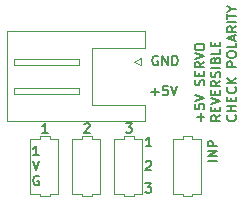
<source format=gbr>
%TF.GenerationSoftware,KiCad,Pcbnew,(5.1.9)-1*%
%TF.CreationDate,2021-08-12T13:22:24+01:00*%
%TF.ProjectId,heli-servo-board,68656c69-2d73-4657-9276-6f2d626f6172,rev?*%
%TF.SameCoordinates,Original*%
%TF.FileFunction,Legend,Top*%
%TF.FilePolarity,Positive*%
%FSLAX46Y46*%
G04 Gerber Fmt 4.6, Leading zero omitted, Abs format (unit mm)*
G04 Created by KiCad (PCBNEW (5.1.9)-1) date 2021-08-12 13:22:24*
%MOMM*%
%LPD*%
G01*
G04 APERTURE LIST*
%ADD10C,0.153000*%
%ADD11C,0.120000*%
G04 APERTURE END LIST*
D10*
X170802333Y-156533904D02*
X171297571Y-156533904D01*
X171030904Y-156838666D01*
X171145190Y-156838666D01*
X171221380Y-156876761D01*
X171259476Y-156914857D01*
X171297571Y-156991047D01*
X171297571Y-157181523D01*
X171259476Y-157257714D01*
X171221380Y-157295809D01*
X171145190Y-157333904D01*
X170916619Y-157333904D01*
X170840428Y-157295809D01*
X170802333Y-157257714D01*
X167284428Y-156610095D02*
X167322523Y-156572000D01*
X167398714Y-156533904D01*
X167589190Y-156533904D01*
X167665380Y-156572000D01*
X167703476Y-156610095D01*
X167741571Y-156686285D01*
X167741571Y-156762476D01*
X167703476Y-156876761D01*
X167246333Y-157333904D01*
X167741571Y-157333904D01*
X164185571Y-157333904D02*
X163728428Y-157333904D01*
X163957000Y-157333904D02*
X163957000Y-156533904D01*
X163880809Y-156648190D01*
X163804619Y-156724380D01*
X163728428Y-156762476D01*
X178542904Y-159696047D02*
X177742904Y-159696047D01*
X178542904Y-159315095D02*
X177742904Y-159315095D01*
X178542904Y-158857952D01*
X177742904Y-158857952D01*
X178542904Y-158477000D02*
X177742904Y-158477000D01*
X177742904Y-158172238D01*
X177781000Y-158096047D01*
X177819095Y-158057952D01*
X177895285Y-158019857D01*
X178009571Y-158019857D01*
X178085761Y-158057952D01*
X178123857Y-158096047D01*
X178161952Y-158172238D01*
X178161952Y-158477000D01*
X172453333Y-161613904D02*
X172948571Y-161613904D01*
X172681904Y-161918666D01*
X172796190Y-161918666D01*
X172872380Y-161956761D01*
X172910476Y-161994857D01*
X172948571Y-162071047D01*
X172948571Y-162261523D01*
X172910476Y-162337714D01*
X172872380Y-162375809D01*
X172796190Y-162413904D01*
X172567619Y-162413904D01*
X172491428Y-162375809D01*
X172453333Y-162337714D01*
X172491428Y-159785095D02*
X172529523Y-159747000D01*
X172605714Y-159708904D01*
X172796190Y-159708904D01*
X172872380Y-159747000D01*
X172910476Y-159785095D01*
X172948571Y-159861285D01*
X172948571Y-159937476D01*
X172910476Y-160051761D01*
X172453333Y-160508904D01*
X172948571Y-160508904D01*
X172948571Y-158476904D02*
X172491428Y-158476904D01*
X172720000Y-158476904D02*
X172720000Y-157676904D01*
X172643809Y-157791190D01*
X172567619Y-157867380D01*
X172491428Y-157905476D01*
X172961428Y-153854142D02*
X173570952Y-153854142D01*
X173266190Y-154158904D02*
X173266190Y-153549380D01*
X174332857Y-153358904D02*
X173951904Y-153358904D01*
X173913809Y-153739857D01*
X173951904Y-153701761D01*
X174028095Y-153663666D01*
X174218571Y-153663666D01*
X174294761Y-153701761D01*
X174332857Y-153739857D01*
X174370952Y-153816047D01*
X174370952Y-154006523D01*
X174332857Y-154082714D01*
X174294761Y-154120809D01*
X174218571Y-154158904D01*
X174028095Y-154158904D01*
X173951904Y-154120809D01*
X173913809Y-154082714D01*
X174599523Y-153358904D02*
X174866190Y-154158904D01*
X175132857Y-153358904D01*
X177139142Y-156301073D02*
X177139142Y-155691550D01*
X177443904Y-155996311D02*
X176834380Y-155996311D01*
X176643904Y-154929645D02*
X176643904Y-155310597D01*
X177024857Y-155348692D01*
X176986761Y-155310597D01*
X176948666Y-155234407D01*
X176948666Y-155043930D01*
X176986761Y-154967740D01*
X177024857Y-154929645D01*
X177101047Y-154891550D01*
X177291523Y-154891550D01*
X177367714Y-154929645D01*
X177405809Y-154967740D01*
X177443904Y-155043930D01*
X177443904Y-155234407D01*
X177405809Y-155310597D01*
X177367714Y-155348692D01*
X176643904Y-154662978D02*
X177443904Y-154396311D01*
X176643904Y-154129645D01*
X177405809Y-153291550D02*
X177443904Y-153177264D01*
X177443904Y-152986788D01*
X177405809Y-152910597D01*
X177367714Y-152872502D01*
X177291523Y-152834407D01*
X177215333Y-152834407D01*
X177139142Y-152872502D01*
X177101047Y-152910597D01*
X177062952Y-152986788D01*
X177024857Y-153139169D01*
X176986761Y-153215359D01*
X176948666Y-153253454D01*
X176872476Y-153291550D01*
X176796285Y-153291550D01*
X176720095Y-153253454D01*
X176682000Y-153215359D01*
X176643904Y-153139169D01*
X176643904Y-152948692D01*
X176682000Y-152834407D01*
X177024857Y-152491550D02*
X177024857Y-152224883D01*
X177443904Y-152110597D02*
X177443904Y-152491550D01*
X176643904Y-152491550D01*
X176643904Y-152110597D01*
X177443904Y-151310597D02*
X177062952Y-151577264D01*
X177443904Y-151767740D02*
X176643904Y-151767740D01*
X176643904Y-151462978D01*
X176682000Y-151386788D01*
X176720095Y-151348692D01*
X176796285Y-151310597D01*
X176910571Y-151310597D01*
X176986761Y-151348692D01*
X177024857Y-151386788D01*
X177062952Y-151462978D01*
X177062952Y-151767740D01*
X176643904Y-151082026D02*
X177443904Y-150815359D01*
X176643904Y-150548692D01*
X176643904Y-150129645D02*
X176643904Y-149977264D01*
X176682000Y-149901073D01*
X176758190Y-149824883D01*
X176910571Y-149786788D01*
X177177238Y-149786788D01*
X177329619Y-149824883D01*
X177405809Y-149901073D01*
X177443904Y-149977264D01*
X177443904Y-150129645D01*
X177405809Y-150205835D01*
X177329619Y-150282026D01*
X177177238Y-150320121D01*
X176910571Y-150320121D01*
X176758190Y-150282026D01*
X176682000Y-150205835D01*
X176643904Y-150129645D01*
X178796904Y-155843930D02*
X178415952Y-156110597D01*
X178796904Y-156301073D02*
X177996904Y-156301073D01*
X177996904Y-155996311D01*
X178035000Y-155920121D01*
X178073095Y-155882026D01*
X178149285Y-155843930D01*
X178263571Y-155843930D01*
X178339761Y-155882026D01*
X178377857Y-155920121D01*
X178415952Y-155996311D01*
X178415952Y-156301073D01*
X178377857Y-155501073D02*
X178377857Y-155234407D01*
X178796904Y-155120121D02*
X178796904Y-155501073D01*
X177996904Y-155501073D01*
X177996904Y-155120121D01*
X177996904Y-154891550D02*
X178796904Y-154624883D01*
X177996904Y-154358216D01*
X178377857Y-154091550D02*
X178377857Y-153824883D01*
X178796904Y-153710597D02*
X178796904Y-154091550D01*
X177996904Y-154091550D01*
X177996904Y-153710597D01*
X178796904Y-152910597D02*
X178415952Y-153177264D01*
X178796904Y-153367740D02*
X177996904Y-153367740D01*
X177996904Y-153062978D01*
X178035000Y-152986788D01*
X178073095Y-152948692D01*
X178149285Y-152910597D01*
X178263571Y-152910597D01*
X178339761Y-152948692D01*
X178377857Y-152986788D01*
X178415952Y-153062978D01*
X178415952Y-153367740D01*
X178758809Y-152605835D02*
X178796904Y-152491550D01*
X178796904Y-152301073D01*
X178758809Y-152224883D01*
X178720714Y-152186788D01*
X178644523Y-152148692D01*
X178568333Y-152148692D01*
X178492142Y-152186788D01*
X178454047Y-152224883D01*
X178415952Y-152301073D01*
X178377857Y-152453454D01*
X178339761Y-152529645D01*
X178301666Y-152567740D01*
X178225476Y-152605835D01*
X178149285Y-152605835D01*
X178073095Y-152567740D01*
X178035000Y-152529645D01*
X177996904Y-152453454D01*
X177996904Y-152262978D01*
X178035000Y-152148692D01*
X178796904Y-151805835D02*
X177996904Y-151805835D01*
X178377857Y-151158216D02*
X178415952Y-151043930D01*
X178454047Y-151005835D01*
X178530238Y-150967740D01*
X178644523Y-150967740D01*
X178720714Y-151005835D01*
X178758809Y-151043930D01*
X178796904Y-151120121D01*
X178796904Y-151424883D01*
X177996904Y-151424883D01*
X177996904Y-151158216D01*
X178035000Y-151082026D01*
X178073095Y-151043930D01*
X178149285Y-151005835D01*
X178225476Y-151005835D01*
X178301666Y-151043930D01*
X178339761Y-151082026D01*
X178377857Y-151158216D01*
X178377857Y-151424883D01*
X178796904Y-150243930D02*
X178796904Y-150624883D01*
X177996904Y-150624883D01*
X178377857Y-149977264D02*
X178377857Y-149710597D01*
X178796904Y-149596311D02*
X178796904Y-149977264D01*
X177996904Y-149977264D01*
X177996904Y-149596311D01*
X180073714Y-155843930D02*
X180111809Y-155882026D01*
X180149904Y-155996311D01*
X180149904Y-156072502D01*
X180111809Y-156186788D01*
X180035619Y-156262978D01*
X179959428Y-156301073D01*
X179807047Y-156339169D01*
X179692761Y-156339169D01*
X179540380Y-156301073D01*
X179464190Y-156262978D01*
X179388000Y-156186788D01*
X179349904Y-156072502D01*
X179349904Y-155996311D01*
X179388000Y-155882026D01*
X179426095Y-155843930D01*
X180149904Y-155501073D02*
X179349904Y-155501073D01*
X179730857Y-155501073D02*
X179730857Y-155043930D01*
X180149904Y-155043930D02*
X179349904Y-155043930D01*
X179730857Y-154662978D02*
X179730857Y-154396311D01*
X180149904Y-154282026D02*
X180149904Y-154662978D01*
X179349904Y-154662978D01*
X179349904Y-154282026D01*
X180073714Y-153482026D02*
X180111809Y-153520121D01*
X180149904Y-153634407D01*
X180149904Y-153710597D01*
X180111809Y-153824883D01*
X180035619Y-153901073D01*
X179959428Y-153939169D01*
X179807047Y-153977264D01*
X179692761Y-153977264D01*
X179540380Y-153939169D01*
X179464190Y-153901073D01*
X179388000Y-153824883D01*
X179349904Y-153710597D01*
X179349904Y-153634407D01*
X179388000Y-153520121D01*
X179426095Y-153482026D01*
X180149904Y-153139169D02*
X179349904Y-153139169D01*
X180149904Y-152682026D02*
X179692761Y-153024883D01*
X179349904Y-152682026D02*
X179807047Y-153139169D01*
X180149904Y-151729645D02*
X179349904Y-151729645D01*
X179349904Y-151424883D01*
X179388000Y-151348692D01*
X179426095Y-151310597D01*
X179502285Y-151272502D01*
X179616571Y-151272502D01*
X179692761Y-151310597D01*
X179730857Y-151348692D01*
X179768952Y-151424883D01*
X179768952Y-151729645D01*
X179349904Y-150777264D02*
X179349904Y-150624883D01*
X179388000Y-150548692D01*
X179464190Y-150472502D01*
X179616571Y-150434407D01*
X179883238Y-150434407D01*
X180035619Y-150472502D01*
X180111809Y-150548692D01*
X180149904Y-150624883D01*
X180149904Y-150777264D01*
X180111809Y-150853454D01*
X180035619Y-150929645D01*
X179883238Y-150967740D01*
X179616571Y-150967740D01*
X179464190Y-150929645D01*
X179388000Y-150853454D01*
X179349904Y-150777264D01*
X180149904Y-149710597D02*
X180149904Y-150091550D01*
X179349904Y-150091550D01*
X179921333Y-149482026D02*
X179921333Y-149101073D01*
X180149904Y-149558216D02*
X179349904Y-149291550D01*
X180149904Y-149024883D01*
X180149904Y-148301073D02*
X179768952Y-148567740D01*
X180149904Y-148758216D02*
X179349904Y-148758216D01*
X179349904Y-148453454D01*
X179388000Y-148377264D01*
X179426095Y-148339169D01*
X179502285Y-148301073D01*
X179616571Y-148301073D01*
X179692761Y-148339169D01*
X179730857Y-148377264D01*
X179768952Y-148453454D01*
X179768952Y-148758216D01*
X180149904Y-147958216D02*
X179349904Y-147958216D01*
X179349904Y-147691550D02*
X179349904Y-147234407D01*
X180149904Y-147462978D02*
X179349904Y-147462978D01*
X179768952Y-146815359D02*
X180149904Y-146815359D01*
X179349904Y-147082026D02*
X179768952Y-146815359D01*
X179349904Y-146548692D01*
X173507476Y-150857000D02*
X173431285Y-150818904D01*
X173317000Y-150818904D01*
X173202714Y-150857000D01*
X173126523Y-150933190D01*
X173088428Y-151009380D01*
X173050333Y-151161761D01*
X173050333Y-151276047D01*
X173088428Y-151428428D01*
X173126523Y-151504619D01*
X173202714Y-151580809D01*
X173317000Y-151618904D01*
X173393190Y-151618904D01*
X173507476Y-151580809D01*
X173545571Y-151542714D01*
X173545571Y-151276047D01*
X173393190Y-151276047D01*
X173888428Y-151618904D02*
X173888428Y-150818904D01*
X174345571Y-151618904D01*
X174345571Y-150818904D01*
X174726523Y-151618904D02*
X174726523Y-150818904D01*
X174917000Y-150818904D01*
X175031285Y-150857000D01*
X175107476Y-150933190D01*
X175145571Y-151009380D01*
X175183666Y-151161761D01*
X175183666Y-151276047D01*
X175145571Y-151428428D01*
X175107476Y-151504619D01*
X175031285Y-151580809D01*
X174917000Y-151618904D01*
X174726523Y-151618904D01*
X163404523Y-161017000D02*
X163328333Y-160978904D01*
X163214047Y-160978904D01*
X163099761Y-161017000D01*
X163023571Y-161093190D01*
X162985476Y-161169380D01*
X162947380Y-161321761D01*
X162947380Y-161436047D01*
X162985476Y-161588428D01*
X163023571Y-161664619D01*
X163099761Y-161740809D01*
X163214047Y-161778904D01*
X163290238Y-161778904D01*
X163404523Y-161740809D01*
X163442619Y-161702714D01*
X163442619Y-161436047D01*
X163290238Y-161436047D01*
X162928333Y-159708904D02*
X163195000Y-160508904D01*
X163461666Y-159708904D01*
X163423571Y-159238904D02*
X162966428Y-159238904D01*
X163195000Y-159238904D02*
X163195000Y-158438904D01*
X163118809Y-158553190D01*
X163042619Y-158629380D01*
X162966428Y-158667476D01*
D11*
%TO.C,J1*%
X174753000Y-157817000D02*
X174753000Y-160167000D01*
X175603000Y-157817000D02*
X174753000Y-157817000D01*
X175603000Y-157617000D02*
X175603000Y-157817000D01*
X176403000Y-157617000D02*
X175603000Y-157617000D01*
X176403000Y-157817000D02*
X176403000Y-157617000D01*
X177153000Y-157817000D02*
X176403000Y-157817000D01*
X177153000Y-160167000D02*
X177153000Y-157817000D01*
X174753000Y-162517000D02*
X174753000Y-160167000D01*
X175603000Y-162517000D02*
X174753000Y-162517000D01*
X175603000Y-162717000D02*
X175603000Y-162517000D01*
X176403000Y-162717000D02*
X175603000Y-162717000D01*
X176403000Y-162517000D02*
X176403000Y-162717000D01*
X177153000Y-162517000D02*
X176403000Y-162517000D01*
X177153000Y-160167000D02*
X177153000Y-162517000D01*
%TO.C,J4*%
X169800000Y-157817000D02*
X169800000Y-160167000D01*
X170650000Y-157817000D02*
X169800000Y-157817000D01*
X170650000Y-157617000D02*
X170650000Y-157817000D01*
X171450000Y-157617000D02*
X170650000Y-157617000D01*
X171450000Y-157817000D02*
X171450000Y-157617000D01*
X172200000Y-157817000D02*
X171450000Y-157817000D01*
X172200000Y-160167000D02*
X172200000Y-157817000D01*
X169800000Y-162517000D02*
X169800000Y-160167000D01*
X170650000Y-162517000D02*
X169800000Y-162517000D01*
X170650000Y-162717000D02*
X170650000Y-162517000D01*
X171450000Y-162717000D02*
X170650000Y-162717000D01*
X171450000Y-162517000D02*
X171450000Y-162717000D01*
X172200000Y-162517000D02*
X171450000Y-162517000D01*
X172200000Y-160167000D02*
X172200000Y-162517000D01*
%TO.C,J3*%
X166244000Y-157817000D02*
X166244000Y-160167000D01*
X167094000Y-157817000D02*
X166244000Y-157817000D01*
X167094000Y-157617000D02*
X167094000Y-157817000D01*
X167894000Y-157617000D02*
X167094000Y-157617000D01*
X167894000Y-157817000D02*
X167894000Y-157617000D01*
X168644000Y-157817000D02*
X167894000Y-157817000D01*
X168644000Y-160167000D02*
X168644000Y-157817000D01*
X166244000Y-162517000D02*
X166244000Y-160167000D01*
X167094000Y-162517000D02*
X166244000Y-162517000D01*
X167094000Y-162717000D02*
X167094000Y-162517000D01*
X167894000Y-162717000D02*
X167094000Y-162717000D01*
X167894000Y-162517000D02*
X167894000Y-162717000D01*
X168644000Y-162517000D02*
X167894000Y-162517000D01*
X168644000Y-160167000D02*
X168644000Y-162517000D01*
%TO.C,J2*%
X162688000Y-157817000D02*
X162688000Y-160167000D01*
X163538000Y-157817000D02*
X162688000Y-157817000D01*
X163538000Y-157617000D02*
X163538000Y-157817000D01*
X164338000Y-157617000D02*
X163538000Y-157617000D01*
X164338000Y-157817000D02*
X164338000Y-157617000D01*
X165088000Y-157817000D02*
X164338000Y-157817000D01*
X165088000Y-160167000D02*
X165088000Y-157817000D01*
X162688000Y-162517000D02*
X162688000Y-160167000D01*
X163538000Y-162517000D02*
X162688000Y-162517000D01*
X163538000Y-162717000D02*
X163538000Y-162517000D01*
X164338000Y-162717000D02*
X163538000Y-162717000D01*
X164338000Y-162517000D02*
X164338000Y-162717000D01*
X165088000Y-162517000D02*
X164338000Y-162517000D01*
X165088000Y-160167000D02*
X165088000Y-162517000D01*
%TO.C,J6*%
X160690000Y-152547000D02*
X160690000Y-148737000D01*
X160690000Y-148737000D02*
X172410000Y-148737000D01*
X172410000Y-148737000D02*
X172410000Y-150157000D01*
X172410000Y-150157000D02*
X167910000Y-150157000D01*
X167910000Y-150157000D02*
X167910000Y-152547000D01*
X160690000Y-152547000D02*
X160690000Y-156357000D01*
X160690000Y-156357000D02*
X172410000Y-156357000D01*
X172410000Y-156357000D02*
X172410000Y-154937000D01*
X172410000Y-154937000D02*
X167910000Y-154937000D01*
X167910000Y-154937000D02*
X167910000Y-152547000D01*
X166800000Y-151047000D02*
X161300000Y-151047000D01*
X161300000Y-151047000D02*
X161300000Y-151547000D01*
X161300000Y-151547000D02*
X166800000Y-151547000D01*
X166800000Y-151547000D02*
X166800000Y-151047000D01*
X166800000Y-153547000D02*
X161300000Y-153547000D01*
X161300000Y-153547000D02*
X161300000Y-154047000D01*
X161300000Y-154047000D02*
X166800000Y-154047000D01*
X166800000Y-154047000D02*
X166800000Y-153547000D01*
X171500000Y-151297000D02*
X172100000Y-150997000D01*
X172100000Y-150997000D02*
X172100000Y-151597000D01*
X172100000Y-151597000D02*
X171500000Y-151297000D01*
%TD*%
M02*

</source>
